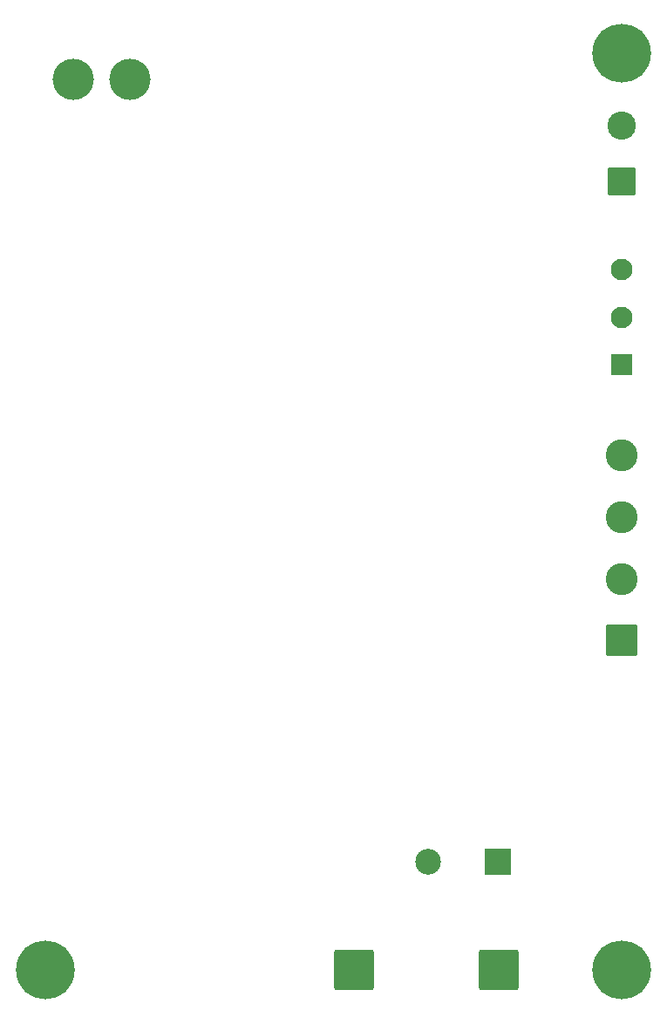
<source format=gbs>
G04 #@! TF.GenerationSoftware,KiCad,Pcbnew,8.0.6*
G04 #@! TF.CreationDate,2025-04-03T20:59:00+02:00*
G04 #@! TF.ProjectId,UV-Lamp,55562d4c-616d-4702-9e6b-696361645f70,v2.0*
G04 #@! TF.SameCoordinates,Original*
G04 #@! TF.FileFunction,Soldermask,Bot*
G04 #@! TF.FilePolarity,Negative*
%FSLAX46Y46*%
G04 Gerber Fmt 4.6, Leading zero omitted, Abs format (unit mm)*
G04 Created by KiCad (PCBNEW 8.0.6) date 2025-04-03 20:59:00*
%MOMM*%
%LPD*%
G01*
G04 APERTURE LIST*
G04 Aperture macros list*
%AMRoundRect*
0 Rectangle with rounded corners*
0 $1 Rounding radius*
0 $2 $3 $4 $5 $6 $7 $8 $9 X,Y pos of 4 corners*
0 Add a 4 corners polygon primitive as box body*
4,1,4,$2,$3,$4,$5,$6,$7,$8,$9,$2,$3,0*
0 Add four circle primitives for the rounded corners*
1,1,$1+$1,$2,$3*
1,1,$1+$1,$4,$5*
1,1,$1+$1,$6,$7*
1,1,$1+$1,$8,$9*
0 Add four rect primitives between the rounded corners*
20,1,$1+$1,$2,$3,$4,$5,0*
20,1,$1+$1,$4,$5,$6,$7,0*
20,1,$1+$1,$6,$7,$8,$9,0*
20,1,$1+$1,$8,$9,$2,$3,0*%
G04 Aperture macros list end*
%ADD10RoundRect,0.250002X-1.699998X-1.699998X1.699998X-1.699998X1.699998X1.699998X-1.699998X1.699998X0*%
%ADD11C,5.700000*%
%ADD12RoundRect,0.250000X1.125000X-1.125000X1.125000X1.125000X-1.125000X1.125000X-1.125000X-1.125000X0*%
%ADD13C,2.750000*%
%ADD14RoundRect,0.249999X1.300001X-1.300001X1.300001X1.300001X-1.300001X1.300001X-1.300001X-1.300001X0*%
%ADD15C,3.100000*%
%ADD16RoundRect,0.250001X0.799999X-0.799999X0.799999X0.799999X-0.799999X0.799999X-0.799999X-0.799999X0*%
%ADD17C,2.100000*%
%ADD18R,2.500000X2.500000*%
%ADD19C,2.500000*%
%ADD20C,4.000000*%
G04 APERTURE END LIST*
D10*
X141100000Y-148800000D03*
D11*
X167100000Y-59800000D03*
X167100000Y-148800000D03*
X111100000Y-148800000D03*
D12*
X167100000Y-72200000D03*
D13*
X167100000Y-66800000D03*
D14*
X167100000Y-116800000D03*
D15*
X167100000Y-110800000D03*
X167100000Y-104800000D03*
X167100000Y-98800000D03*
D10*
X155100000Y-148800000D03*
D16*
X167100000Y-90000000D03*
D17*
X167100000Y-85400000D03*
X167100000Y-80800000D03*
D18*
X155057500Y-138300000D03*
D19*
X148307500Y-138300000D03*
D20*
X113807500Y-62300000D03*
X119307500Y-62300000D03*
M02*

</source>
